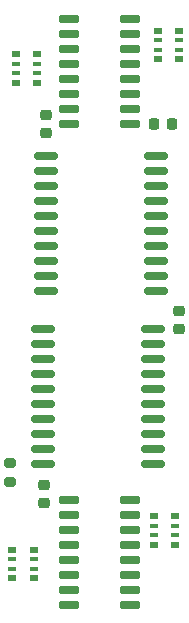
<source format=gbr>
%TF.GenerationSoftware,KiCad,Pcbnew,(6.0.11-0)*%
%TF.CreationDate,2023-05-17T23:02:26+12:00*%
%TF.ProjectId,controller-upper-cut,636f6e74-726f-46c6-9c65-722d75707065,3.2*%
%TF.SameCoordinates,PX1c9c380PY1312d00*%
%TF.FileFunction,Paste,Top*%
%TF.FilePolarity,Positive*%
%FSLAX46Y46*%
G04 Gerber Fmt 4.6, Leading zero omitted, Abs format (unit mm)*
G04 Created by KiCad (PCBNEW (6.0.11-0)) date 2023-05-17 23:02:26*
%MOMM*%
%LPD*%
G01*
G04 APERTURE LIST*
G04 Aperture macros list*
%AMRoundRect*
0 Rectangle with rounded corners*
0 $1 Rounding radius*
0 $2 $3 $4 $5 $6 $7 $8 $9 X,Y pos of 4 corners*
0 Add a 4 corners polygon primitive as box body*
4,1,4,$2,$3,$4,$5,$6,$7,$8,$9,$2,$3,0*
0 Add four circle primitives for the rounded corners*
1,1,$1+$1,$2,$3*
1,1,$1+$1,$4,$5*
1,1,$1+$1,$6,$7*
1,1,$1+$1,$8,$9*
0 Add four rect primitives between the rounded corners*
20,1,$1+$1,$2,$3,$4,$5,0*
20,1,$1+$1,$4,$5,$6,$7,0*
20,1,$1+$1,$6,$7,$8,$9,0*
20,1,$1+$1,$8,$9,$2,$3,0*%
G04 Aperture macros list end*
%ADD10R,0.800000X0.500000*%
%ADD11R,0.800000X0.400000*%
%ADD12RoundRect,0.150000X-0.875000X-0.150000X0.875000X-0.150000X0.875000X0.150000X-0.875000X0.150000X0*%
%ADD13RoundRect,0.225000X0.250000X-0.225000X0.250000X0.225000X-0.250000X0.225000X-0.250000X-0.225000X0*%
%ADD14RoundRect,0.225000X-0.250000X0.225000X-0.250000X-0.225000X0.250000X-0.225000X0.250000X0.225000X0*%
%ADD15RoundRect,0.225000X-0.225000X-0.250000X0.225000X-0.250000X0.225000X0.250000X-0.225000X0.250000X0*%
%ADD16RoundRect,0.150000X0.725000X0.150000X-0.725000X0.150000X-0.725000X-0.150000X0.725000X-0.150000X0*%
%ADD17RoundRect,0.200000X-0.275000X0.200000X-0.275000X-0.200000X0.275000X-0.200000X0.275000X0.200000X0*%
G04 APERTURE END LIST*
D10*
%TO.C,RN2*%
X34000000Y-101889393D03*
D11*
X34000000Y-102689393D03*
X34000000Y-103489393D03*
D10*
X34000000Y-104289393D03*
X35800000Y-104289393D03*
D11*
X35800000Y-103489393D03*
X35800000Y-102689393D03*
D10*
X35800000Y-101889393D03*
%TD*%
D12*
%TO.C,U3*%
X36303560Y-125116833D03*
X36303560Y-126386833D03*
X36303560Y-127656833D03*
X36303560Y-128926833D03*
X36303560Y-130196833D03*
X36303560Y-131466833D03*
X36303560Y-132736833D03*
X36303560Y-134006833D03*
X36303560Y-135276833D03*
X36303560Y-136546833D03*
X45603560Y-136546833D03*
X45603560Y-135276833D03*
X45603560Y-134006833D03*
X45603560Y-132736833D03*
X45603560Y-131466833D03*
X45603560Y-130196833D03*
X45603560Y-128926833D03*
X45603560Y-127656833D03*
X45603560Y-126386833D03*
X45603560Y-125116833D03*
%TD*%
D10*
%TO.C,RN3*%
X45700000Y-140992893D03*
D11*
X45700000Y-141792893D03*
X45700000Y-142592893D03*
D10*
X45700000Y-143392893D03*
X47500000Y-143392893D03*
D11*
X47500000Y-142592893D03*
X47500000Y-141792893D03*
D10*
X47500000Y-140992893D03*
%TD*%
%TO.C,RN1*%
X33700000Y-143833393D03*
D11*
X33700000Y-144633393D03*
X33700000Y-145433393D03*
D10*
X33700000Y-146233393D03*
X35500000Y-146233393D03*
D11*
X35500000Y-145433393D03*
X35500000Y-144633393D03*
D10*
X35500000Y-143833393D03*
%TD*%
D13*
%TO.C,C11*%
X47800000Y-125167893D03*
X47800000Y-123617893D03*
%TD*%
D14*
%TO.C,C10*%
X36544000Y-107009393D03*
X36544000Y-108559393D03*
%TD*%
D10*
%TO.C,RN4*%
X47800000Y-102292893D03*
D11*
X47800000Y-101492893D03*
X47800000Y-100692893D03*
D10*
X47800000Y-99892893D03*
X46000000Y-99892893D03*
D11*
X46000000Y-100692893D03*
X46000000Y-101492893D03*
D10*
X46000000Y-102292893D03*
%TD*%
D15*
%TO.C,C12*%
X45650000Y-107739393D03*
X47200000Y-107739393D03*
%TD*%
D16*
%TO.C,U5*%
X43654000Y-107739393D03*
X43654000Y-106469393D03*
X43654000Y-105199393D03*
X43654000Y-103929393D03*
X43654000Y-102659393D03*
X43654000Y-101389393D03*
X43654000Y-100119393D03*
X43654000Y-98849393D03*
X38504000Y-98849393D03*
X38504000Y-100119393D03*
X38504000Y-101389393D03*
X38504000Y-102659393D03*
X38504000Y-103929393D03*
X38504000Y-105199393D03*
X38504000Y-106469393D03*
X38504000Y-107739393D03*
%TD*%
D17*
%TO.C,R13*%
X33500000Y-136467893D03*
X33500000Y-138117893D03*
%TD*%
D16*
%TO.C,U4*%
X43654000Y-148466393D03*
X43654000Y-147196393D03*
X43654000Y-145926393D03*
X43654000Y-144656393D03*
X43654000Y-143386393D03*
X43654000Y-142116393D03*
X43654000Y-140846393D03*
X43654000Y-139576393D03*
X38504000Y-139576393D03*
X38504000Y-140846393D03*
X38504000Y-142116393D03*
X38504000Y-143386393D03*
X38504000Y-144656393D03*
X38504000Y-145926393D03*
X38504000Y-147196393D03*
X38504000Y-148466393D03*
%TD*%
D13*
%TO.C,C9*%
X36400000Y-139861006D03*
X36400000Y-138311006D03*
%TD*%
D12*
%TO.C,U2*%
X36553560Y-110445833D03*
X36553560Y-111715833D03*
X36553560Y-112985833D03*
X36553560Y-114255833D03*
X36553560Y-115525833D03*
X36553560Y-116795833D03*
X36553560Y-118065833D03*
X36553560Y-119335833D03*
X36553560Y-120605833D03*
X36553560Y-121875833D03*
X45853560Y-121875833D03*
X45853560Y-120605833D03*
X45853560Y-119335833D03*
X45853560Y-118065833D03*
X45853560Y-116795833D03*
X45853560Y-115525833D03*
X45853560Y-114255833D03*
X45853560Y-112985833D03*
X45853560Y-111715833D03*
X45853560Y-110445833D03*
%TD*%
M02*

</source>
